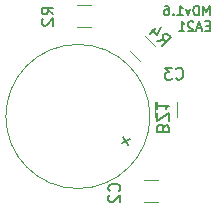
<source format=gbo>
G04 #@! TF.GenerationSoftware,KiCad,Pcbnew,(5.1.6)-1*
G04 #@! TF.CreationDate,2021-07-12T15:37:42+03:00*
G04 #@! TF.ProjectId,detector,64657465-6374-46f7-922e-6b696361645f,rev?*
G04 #@! TF.SameCoordinates,Original*
G04 #@! TF.FileFunction,Legend,Bot*
G04 #@! TF.FilePolarity,Positive*
%FSLAX46Y46*%
G04 Gerber Fmt 4.6, Leading zero omitted, Abs format (unit mm)*
G04 Created by KiCad (PCBNEW (5.1.6)-1) date 2021-07-12 15:37:42*
%MOMM*%
%LPD*%
G01*
G04 APERTURE LIST*
%ADD10C,0.150000*%
%ADD11C,0.120000*%
G04 APERTURE END LIST*
D10*
X39212023Y-22686904D02*
X39212023Y-21886904D01*
X38945357Y-22458333D01*
X38678690Y-21886904D01*
X38678690Y-22686904D01*
X38297738Y-22686904D02*
X38297738Y-21886904D01*
X38107261Y-21886904D01*
X37992976Y-21925000D01*
X37916785Y-22001190D01*
X37878690Y-22077380D01*
X37840595Y-22229761D01*
X37840595Y-22344047D01*
X37878690Y-22496428D01*
X37916785Y-22572619D01*
X37992976Y-22648809D01*
X38107261Y-22686904D01*
X38297738Y-22686904D01*
X37573928Y-22153571D02*
X37383452Y-22686904D01*
X37192976Y-22153571D01*
X36469166Y-22686904D02*
X36926309Y-22686904D01*
X36697738Y-22686904D02*
X36697738Y-21886904D01*
X36773928Y-22001190D01*
X36850119Y-22077380D01*
X36926309Y-22115476D01*
X36126309Y-22610714D02*
X36088214Y-22648809D01*
X36126309Y-22686904D01*
X36164404Y-22648809D01*
X36126309Y-22610714D01*
X36126309Y-22686904D01*
X35402500Y-21886904D02*
X35554880Y-21886904D01*
X35631071Y-21925000D01*
X35669166Y-21963095D01*
X35745357Y-22077380D01*
X35783452Y-22229761D01*
X35783452Y-22534523D01*
X35745357Y-22610714D01*
X35707261Y-22648809D01*
X35631071Y-22686904D01*
X35478690Y-22686904D01*
X35402500Y-22648809D01*
X35364404Y-22610714D01*
X35326309Y-22534523D01*
X35326309Y-22344047D01*
X35364404Y-22267857D01*
X35402500Y-22229761D01*
X35478690Y-22191666D01*
X35631071Y-22191666D01*
X35707261Y-22229761D01*
X35745357Y-22267857D01*
X35783452Y-22344047D01*
X39212023Y-23617857D02*
X38945357Y-23617857D01*
X38831071Y-24036904D02*
X39212023Y-24036904D01*
X39212023Y-23236904D01*
X38831071Y-23236904D01*
X38526309Y-23808333D02*
X38145357Y-23808333D01*
X38602500Y-24036904D02*
X38335833Y-23236904D01*
X38069166Y-24036904D01*
X37840595Y-23313095D02*
X37802500Y-23275000D01*
X37726309Y-23236904D01*
X37535833Y-23236904D01*
X37459642Y-23275000D01*
X37421547Y-23313095D01*
X37383452Y-23389285D01*
X37383452Y-23465476D01*
X37421547Y-23579761D01*
X37878690Y-24036904D01*
X37383452Y-24036904D01*
X36621547Y-24036904D02*
X37078690Y-24036904D01*
X36850119Y-24036904D02*
X36850119Y-23236904D01*
X36926309Y-23351190D01*
X37002500Y-23427380D01*
X37078690Y-23465476D01*
D11*
X36410000Y-31302064D02*
X36410000Y-30097936D01*
X34590000Y-31302064D02*
X34590000Y-30097936D01*
X33617936Y-36690000D02*
X34822064Y-36690000D01*
X33617936Y-38510000D02*
X34822064Y-38510000D01*
X32460809Y-25727744D02*
X33312256Y-26579191D01*
X33747744Y-24440809D02*
X34599191Y-25292256D01*
X27997936Y-23700000D02*
X29202064Y-23700000D01*
X27997936Y-21880000D02*
X29202064Y-21880000D01*
X34159999Y-31279103D02*
G75*
G03*
X34159999Y-31279103I-6099999J0D01*
G01*
D10*
X36366666Y-28057142D02*
X36414285Y-28104761D01*
X36557142Y-28152380D01*
X36652380Y-28152380D01*
X36795238Y-28104761D01*
X36890476Y-28009523D01*
X36938095Y-27914285D01*
X36985714Y-27723809D01*
X36985714Y-27580952D01*
X36938095Y-27390476D01*
X36890476Y-27295238D01*
X36795238Y-27200000D01*
X36652380Y-27152380D01*
X36557142Y-27152380D01*
X36414285Y-27200000D01*
X36366666Y-27247619D01*
X36033333Y-27152380D02*
X35414285Y-27152380D01*
X35747619Y-27533333D01*
X35604761Y-27533333D01*
X35509523Y-27580952D01*
X35461904Y-27628571D01*
X35414285Y-27723809D01*
X35414285Y-27961904D01*
X35461904Y-28057142D01*
X35509523Y-28104761D01*
X35604761Y-28152380D01*
X35890476Y-28152380D01*
X35985714Y-28104761D01*
X36033333Y-28057142D01*
X31547142Y-37583333D02*
X31594761Y-37535714D01*
X31642380Y-37392857D01*
X31642380Y-37297619D01*
X31594761Y-37154761D01*
X31499523Y-37059523D01*
X31404285Y-37011904D01*
X31213809Y-36964285D01*
X31070952Y-36964285D01*
X30880476Y-37011904D01*
X30785238Y-37059523D01*
X30690000Y-37154761D01*
X30642380Y-37297619D01*
X30642380Y-37392857D01*
X30690000Y-37535714D01*
X30737619Y-37583333D01*
X30737619Y-37964285D02*
X30690000Y-38011904D01*
X30642380Y-38107142D01*
X30642380Y-38345238D01*
X30690000Y-38440476D01*
X30737619Y-38488095D01*
X30832857Y-38535714D01*
X30928095Y-38535714D01*
X31070952Y-38488095D01*
X31642380Y-37916666D01*
X31642380Y-38535714D01*
X34797969Y-24887732D02*
X35370389Y-24786717D01*
X35202030Y-25291793D02*
X35909137Y-24584687D01*
X35639763Y-24315312D01*
X35538748Y-24281641D01*
X35471404Y-24281641D01*
X35370389Y-24315312D01*
X35269374Y-24416328D01*
X35235702Y-24517343D01*
X35235702Y-24584687D01*
X35269374Y-24685702D01*
X35538748Y-24955076D01*
X34663282Y-23810236D02*
X34191877Y-24281641D01*
X35101015Y-23709221D02*
X34764297Y-24382656D01*
X34326564Y-23944923D01*
X25982380Y-22633333D02*
X25506190Y-22300000D01*
X25982380Y-22061904D02*
X24982380Y-22061904D01*
X24982380Y-22442857D01*
X25030000Y-22538095D01*
X25077619Y-22585714D01*
X25172857Y-22633333D01*
X25315714Y-22633333D01*
X25410952Y-22585714D01*
X25458571Y-22538095D01*
X25506190Y-22442857D01*
X25506190Y-22061904D01*
X25077619Y-23014285D02*
X25030000Y-23061904D01*
X24982380Y-23157142D01*
X24982380Y-23395238D01*
X25030000Y-23490476D01*
X25077619Y-23538095D01*
X25172857Y-23585714D01*
X25268095Y-23585714D01*
X25410952Y-23538095D01*
X25982380Y-22966666D01*
X25982380Y-23585714D01*
X35301428Y-32230952D02*
X35253809Y-32088095D01*
X35206190Y-32040476D01*
X35110952Y-31992857D01*
X34968095Y-31992857D01*
X34872857Y-32040476D01*
X34825238Y-32088095D01*
X34777619Y-32183333D01*
X34777619Y-32564285D01*
X35777619Y-32564285D01*
X35777619Y-32230952D01*
X35730000Y-32135714D01*
X35682380Y-32088095D01*
X35587142Y-32040476D01*
X35491904Y-32040476D01*
X35396666Y-32088095D01*
X35349047Y-32135714D01*
X35301428Y-32230952D01*
X35301428Y-32564285D01*
X35777619Y-31659523D02*
X35777619Y-30992857D01*
X34777619Y-31659523D01*
X34777619Y-30992857D01*
X34777619Y-30088095D02*
X34777619Y-30659523D01*
X34777619Y-30373809D02*
X35777619Y-30373809D01*
X35634761Y-30469047D01*
X35539523Y-30564285D01*
X35491904Y-30659523D01*
X32293322Y-33674288D02*
X31912369Y-33014459D01*
X31772931Y-33534850D02*
X32432760Y-33153898D01*
M02*

</source>
